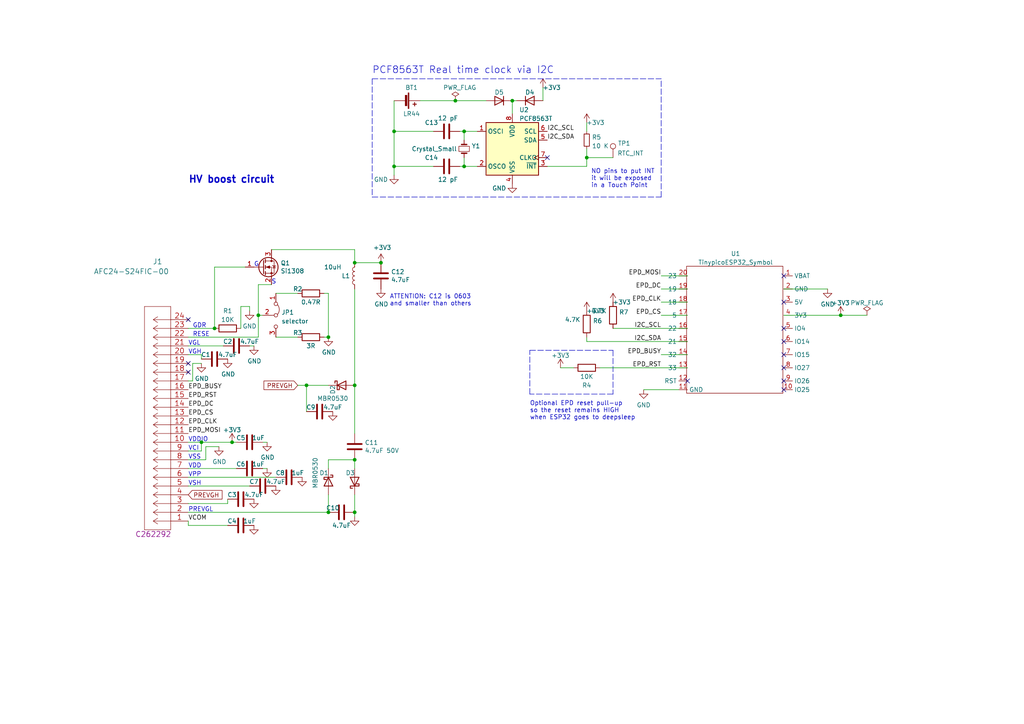
<source format=kicad_sch>
(kicad_sch (version 20211123) (generator eeschema)
  (paper "A4")
  (title_block (title "Tinypico Goodisplay HAT") (rev "1.0") (company "FASANI CORPORATION") (comment 1 "Based on @USpitzig design") (comment 2 "For ESP32 Tinypico"))
  (lib_symbols
    (symbol "Connector:TestPoint" (pin_numbers hide) (pin_names (offset 0.762) hide)
      (property "Reference" "TP" (at 0 6.858 0))
      (property "Value" "TestPoint" (at 0 5.08 0))
      (symbol "TestPoint_0_1"
        (circle (center 0 3.302) (radius 0.762))
      )
      (symbol "TestPoint_1_1"
        (pin passive line (at 0 0 90) (length 2.54) (name "1") (number "1"))
      )
    )
    (symbol "Device:Battery_Cell" (pin_numbers hide) (pin_names (offset 0) hide)
      (property "Reference" "BT" (at 2.54 2.54 0))
      (property "Value" "Battery_Cell" (at 2.54 0 0))
      (symbol "Battery_Cell_0_1"
        (rectangle (start -2.286 1.778) (end 2.286 1.524) (fill (type outline)))
        (rectangle (start -1.5748 1.1938) (end 1.4732 0.6858) (fill (type outline)))
        (polyline (pts (xy 0 0.762) (xy 0 0)))
        (polyline (pts (xy 0 1.778) (xy 0 2.54)))
        (polyline (pts (xy 0.508 3.429) (xy 1.524 3.429)) (stroke (width 0.254)))
        (polyline (pts (xy 1.016 3.937) (xy 1.016 2.921)) (stroke (width 0.254)))
      )
      (symbol "Battery_Cell_1_1"
        (pin passive line (at 0 5.08 270) (length 2.54) (name "+") (number "1"))
        (pin passive line (at 0 -2.54 90) (length 2.54) (name "-") (number "2"))
      )
    )
    (symbol "Device:C" (pin_numbers hide) (pin_names (offset 0.254))
      (property "Reference" "C" (at 0.635 2.54 0))
      (property "Value" "C" (at 0.635 -2.54 0))
      (symbol "C_0_1"
        (polyline (pts (xy -2.032 -0.762) (xy 2.032 -0.762)) (stroke (width 0.508)))
        (polyline (pts (xy -2.032 0.762) (xy 2.032 0.762)) (stroke (width 0.508)))
      )
      (symbol "C_1_1"
        (pin passive line (at 0 3.81 270) (length 2.794) (name "~") (number "1"))
        (pin passive line (at 0 -3.81 90) (length 2.794) (name "~") (number "2"))
      )
    )
    (symbol "Device:Crystal_Small" (pin_numbers hide) (pin_names (offset 1.016) hide)
      (property "Reference" "Y" (at 0 2.54 0))
      (property "Value" "Crystal_Small" (at 0 -2.54 0))
      (symbol "Crystal_Small_0_1"
        (rectangle (start -0.762 -1.524) (end 0.762 1.524))
        (polyline (pts (xy -1.27 -0.762) (xy -1.27 0.762)) (stroke (width 0.381)))
        (polyline (pts (xy 1.27 -0.762) (xy 1.27 0.762)) (stroke (width 0.381)))
      )
      (symbol "Crystal_Small_1_1"
        (pin passive line (at -2.54 0 0) (length 1.27) (name "1") (number "1"))
        (pin passive line (at 2.54 0 180) (length 1.27) (name "2") (number "2"))
      )
    )
    (symbol "Device:L" (pin_numbers hide) (pin_names (offset 1.016) hide)
      (property "Reference" "L" (at -1.27 0 90))
      (property "Value" "L" (at 1.905 0 90))
      (symbol "L_0_1"
        (arc (start 0 -2.54) (mid 0.635 -1.905) (end 0 -1.27))
        (arc (start 0 -1.27) (mid 0.635 -0.635) (end 0 0))
        (arc (start 0 0) (mid 0.635 0.635) (end 0 1.27))
        (arc (start 0 1.27) (mid 0.635 1.905) (end 0 2.54))
      )
      (symbol "L_1_1"
        (pin passive line (at 0 3.81 270) (length 1.27) (name "1") (number "1"))
        (pin passive line (at 0 -3.81 90) (length 1.27) (name "2") (number "2"))
      )
    )
    (symbol "Device:R" (pin_numbers hide) (pin_names (offset 0))
      (property "Reference" "R" (at 2.032 0 90))
      (property "Value" "R" (at 0 0 90))
      (symbol "R_0_1"
        (rectangle (start -1.016 -2.54) (end 1.016 2.54) (stroke (width 0.254)))
      )
      (symbol "R_1_1"
        (pin passive line (at 0 3.81 270) (length 1.27) (name "~") (number "1"))
        (pin passive line (at 0 -3.81 90) (length 1.27) (name "~") (number "2"))
      )
    )
    (symbol "Device:R_Small" (pin_numbers hide) (pin_names (offset 0.254) hide)
      (property "Reference" "R" (at 0.762 0.508 0))
      (property "Value" "R_Small" (at 0.762 -1.016 0))
      (symbol "R_Small_0_1"
        (rectangle (start -0.762 1.778) (end 0.762 -1.778) (stroke (width 0.2032)))
      )
      (symbol "R_Small_1_1"
        (pin passive line (at 0 2.54 270) (length 0.762) (name "~") (number "1"))
        (pin passive line (at 0 -2.54 90) (length 0.762) (name "~") (number "2"))
      )
    )
    (symbol "Diode:1N4148WS" (pin_numbers hide) (pin_names (offset 1.016) hide)
      (property "Reference" "D" (at 0 2.54 0))
      (property "Value" "1N4148WS" (at 0 -2.54 0))
      (symbol "1N4148WS_0_1"
        (polyline (pts (xy -1.27 1.27) (xy -1.27 -1.27)) (stroke (width 0.254)))
        (polyline (pts (xy 1.27 0) (xy -1.27 0)))
        (polyline (pts (xy 1.27 1.27) (xy 1.27 -1.27) (xy -1.27 0) (xy 1.27 1.27)) (stroke (width 0.254)))
      )
      (symbol "1N4148WS_1_1"
        (pin passive line (at -3.81 0 0) (length 2.54) (name "K") (number "1"))
        (pin passive line (at 3.81 0 180) (length 2.54) (name "A") (number "2"))
      )
    )
    (symbol "Diode:MBR0530" (pin_numbers hide) (pin_names (offset 1.016) hide)
      (property "Reference" "D" (at 0 2.54 0))
      (property "Value" "MBR0530" (at 0 -2.54 0))
      (symbol "MBR0530_0_1"
        (polyline (pts (xy 1.27 0) (xy -1.27 0)))
        (polyline (pts (xy 1.27 1.27) (xy 1.27 -1.27) (xy -1.27 0) (xy 1.27 1.27)) (stroke (width 0.254)))
        (polyline (pts (xy -1.905 0.635) (xy -1.905 1.27) (xy -1.27 1.27) (xy -1.27 -1.27) (xy -0.635 -1.27) (xy -0.635 -0.635)) (stroke (width 0.254)))
      )
      (symbol "MBR0530_1_1"
        (pin passive line (at -3.81 0 0) (length 2.54) (name "K") (number "1"))
        (pin passive line (at 3.81 0 180) (length 2.54) (name "A") (number "2"))
      )
    )
    (symbol "Jumper:Jumper_3_Bridged12" (pin_names (offset 0) hide)
      (property "Reference" "JP" (at -2.54 -2.54 0))
      (property "Value" "Jumper_3_Bridged12" (at 0 2.794 0))
      (symbol "Jumper_3_Bridged12_0_0"
        (circle (center -3.302 0) (radius 0.508))
        (circle (center 0 0) (radius 0.508))
        (circle (center 3.302 0) (radius 0.508))
      )
      (symbol "Jumper_3_Bridged12_0_1"
        (arc (start -0.254 0.508) (mid -1.651 0.9912) (end -3.048 0.508))
        (polyline (pts (xy 0 -1.27) (xy 0 -0.508)))
      )
      (symbol "Jumper_3_Bridged12_1_1"
        (pin passive line (at -6.35 0 0) (length 2.54) (name "A") (number "1"))
        (pin passive line (at 0 -3.81 90) (length 2.54) (name "C") (number "2"))
        (pin passive line (at 6.35 0 180) (length 2.54) (name "B") (number "3"))
      )
    )
    (symbol "Timer_RTC:PCF8563T"
      (property "Reference" "U" (at -7.62 8.89 0))
      (property "Value" "PCF8563T" (at 2.54 8.89 0))
      (symbol "PCF8563T_0_1"
        (rectangle (start -7.62 7.62) (end 7.62 -7.62) (stroke (width 0.254)) (fill (type background)))
      )
      (symbol "PCF8563T_1_1"
        (pin input line (at -10.16 5.08 0) (length 2.54) (name "OSCI") (number "1"))
        (pin output line (at -10.16 -5.08 0) (length 2.54) (name "OSCO") (number "2"))
        (pin output line (at 10.16 -5.08 180) (length 2.54) (name "~{INT}") (number "3"))
        (pin power_in line (at 0 -10.16 90) (length 2.54) (name "VSS") (number "4"))
        (pin bidirectional line (at 10.16 2.54 180) (length 2.54) (name "SDA") (number "5"))
        (pin input line (at 10.16 5.08 180) (length 2.54) (name "SCL") (number "6"))
        (pin output clock (at 10.16 -2.54 180) (length 2.54) (name "CLKO") (number "7"))
        (pin power_in line (at 0 10.16 270) (length 2.54) (name "VDD") (number "8"))
      )
    )
    (symbol "Tinypico:TinypicoESP32_Symbol"
      (property "Reference" "U" (at -0.508 -20.32 0))
      (property "Value" "TinypicoESP32_Symbol" (at -0.508 21.844 0))
      (symbol "TinypicoESP32_Symbol_0_1"
        (rectangle (start 13.716 -17.526) (end -14.224 19.304) (stroke (width 0.1524)))
      )
      (symbol "TinypicoESP32_Symbol_1_1"
        (pin power_in line (at 13.97 16.51 0) (length 2.54) (name "VBAT") (number "1"))
        (pin bidirectional line (at 13.97 -16.51 0) (length 2.54) (name "IO25") (number "10"))
        (pin power_in line (at -16.51 -16.51 0) (length 2.54) (name "GND") (number "11"))
        (pin bidirectional line (at -13.97 -13.97 180) (length 2.54) (name "RST") (number "12"))
        (pin bidirectional line (at -13.97 -10.16 180) (length 2.54) (name "33") (number "13"))
        (pin bidirectional line (at -13.97 -6.35 180) (length 2.54) (name "32") (number "14"))
        (pin bidirectional line (at -13.97 -2.54 180) (length 2.54) (name "21") (number "15"))
        (pin bidirectional line (at -13.97 1.27 180) (length 2.54) (name "22") (number "16"))
        (pin bidirectional line (at -13.97 5.08 180) (length 2.54) (name "5") (number "17"))
        (pin bidirectional line (at -13.97 8.89 180) (length 2.54) (name "18") (number "18"))
        (pin bidirectional line (at -13.97 12.7 180) (length 2.54) (name "19") (number "19"))
        (pin power_in line (at 13.97 12.7 0) (length 2.54) (name "GND") (number "2"))
        (pin bidirectional line (at -13.97 16.51 180) (length 2.54) (name "23") (number "20"))
        (pin power_in line (at 13.97 8.89 0) (length 2.54) (name "5V") (number "3"))
        (pin power_in line (at 13.97 5.08 0) (length 2.54) (name "3V3") (number "4"))
        (pin bidirectional line (at 13.97 1.27 0) (length 2.54) (name "IO4") (number "5"))
        (pin bidirectional line (at 13.97 -2.54 0) (length 2.54) (name "IO14") (number "6"))
        (pin bidirectional line (at 13.97 -6.35 0) (length 2.54) (name "IO15") (number "7"))
        (pin bidirectional line (at 13.97 -10.16 0) (length 2.54) (name "IO27") (number "8"))
        (pin bidirectional line (at 13.97 -13.97 0) (length 2.54) (name "IO26") (number "9"))
      )
    )
    (symbol "Transistor_FET:2N7002" (pin_names hide)
      (property "Reference" "Q" (at 5.08 1.905 0))
      (property "Value" "2N7002" (at 5.08 0 0))
      (symbol "2N7002_0_1"
        (polyline (pts (xy 0.254 0) (xy -2.54 0)))
        (polyline (pts (xy 0.254 1.905) (xy 0.254 -1.905)) (stroke (width 0.254)))
        (polyline (pts (xy 0.762 -1.27) (xy 0.762 -2.286)) (stroke (width 0.254)))
        (polyline (pts (xy 0.762 0.508) (xy 0.762 -0.508)) (stroke (width 0.254)))
        (polyline (pts (xy 0.762 2.286) (xy 0.762 1.27)) (stroke (width 0.254)))
        (polyline (pts (xy 2.54 2.54) (xy 2.54 1.778)))
        (polyline (pts (xy 2.54 -2.54) (xy 2.54 0) (xy 0.762 0)))
        (polyline (pts (xy 0.762 -1.778) (xy 3.302 -1.778) (xy 3.302 1.778) (xy 0.762 1.778)))
        (polyline (pts (xy 1.016 0) (xy 2.032 0.381) (xy 2.032 -0.381) (xy 1.016 0)) (fill (type outline)))
        (polyline (pts (xy 2.794 0.508) (xy 2.921 0.381) (xy 3.683 0.381) (xy 3.81 0.254)))
        (polyline (pts (xy 3.302 0.381) (xy 2.921 -0.254) (xy 3.683 -0.254) (xy 3.302 0.381)))
        (circle (center 1.651 0) (radius 2.794) (stroke (width 0.254)))
        (circle (center 2.54 -1.778) (radius 0.254) (fill (type outline)))
        (circle (center 2.54 1.778) (radius 0.254) (fill (type outline)))
      )
      (symbol "2N7002_1_1"
        (pin input line (at -5.08 0 0) (length 2.54) (name "G") (number "1"))
        (pin passive line (at 2.54 -5.08 90) (length 2.54) (name "S") (number "2"))
        (pin passive line (at 2.54 5.08 270) (length 2.54) (name "D") (number "3"))
      )
    )
    (symbol "footprint:FH12-24S-0.5SV55" (pin_names (offset 0.254) hide)
      (property "Reference" "J" (at 8.89 6.35 0))
      (property "Value" "FH12-24S-0.5SV55" (at 5.08 -77.47 0))
      (symbol "FH12-24S-0.5SV55_1_1"
        (polyline (pts (xy 5.08 -62.23) (xy 12.7 -62.23)) (stroke (width 0.127)))
        (polyline (pts (xy 5.08 2.54) (xy 5.08 -62.23)) (stroke (width 0.127)))
        (polyline (pts (xy 10.16 -58.42) (xy 5.08 -58.42)) (stroke (width 0.127)))
        (polyline (pts (xy 10.16 -58.42) (xy 8.89 -59.2582)) (stroke (width 0.127)))
        (polyline (pts (xy 10.16 -58.42) (xy 8.89 -57.5818)) (stroke (width 0.127)))
        (polyline (pts (xy 10.16 -55.88) (xy 5.08 -55.88)) (stroke (width 0.127)))
        (polyline (pts (xy 10.16 -55.88) (xy 8.89 -56.7182)) (stroke (width 0.127)))
        (polyline (pts (xy 10.16 -55.88) (xy 8.89 -55.0418)) (stroke (width 0.127)))
        (polyline (pts (xy 10.16 -53.34) (xy 5.08 -53.34)) (stroke (width 0.127)))
        (polyline (pts (xy 10.16 -53.34) (xy 8.89 -54.1782)) (stroke (width 0.127)))
        (polyline (pts (xy 10.16 -53.34) (xy 8.89 -52.5018)) (stroke (width 0.127)))
        (polyline (pts (xy 10.16 -50.8) (xy 5.08 -50.8)) (stroke (width 0.127)))
        (polyline (pts (xy 10.16 -50.8) (xy 8.89 -51.6382)) (stroke (width 0.127)))
        (polyline (pts (xy 10.16 -50.8) (xy 8.89 -49.9618)) (stroke (width 0.127)))
        (polyline (pts (xy 10.16 -48.26) (xy 5.08 -48.26)) (stroke (width 0.127)))
        (polyline (pts (xy 10.16 -48.26) (xy 8.89 -49.0982)) (stroke (width 0.127)))
        (polyline (pts (xy 10.16 -48.26) (xy 8.89 -47.4218)) (stroke (width 0.127)))
        (polyline (pts (xy 10.16 -45.72) (xy 5.08 -45.72)) (stroke (width 0.127)))
        (polyline (pts (xy 10.16 -45.72) (xy 8.89 -46.5582)) (stroke (width 0.127)))
        (polyline (pts (xy 10.16 -45.72) (xy 8.89 -44.8818)) (stroke (width 0.127)))
        (polyline (pts (xy 10.16 -43.18) (xy 5.08 -43.18)) (stroke (width 0.127)))
        (polyline (pts (xy 10.16 -43.18) (xy 8.89 -44.0182)) (stroke (width 0.127)))
        (polyline (pts (xy 10.16 -43.18) (xy 8.89 -42.3418)) (stroke (width 0.127)))
        (polyline (pts (xy 10.16 -40.64) (xy 5.08 -40.64)) (stroke (width 0.127)))
        (polyline (pts (xy 10.16 -40.64) (xy 8.89 -41.4782)) (stroke (width 0.127)))
        (polyline (pts (xy 10.16 -40.64) (xy 8.89 -39.8018)) (stroke (width 0.127)))
        (polyline (pts (xy 10.16 -38.1) (xy 5.08 -38.1)) (stroke (width 0.127)))
        (polyline (pts (xy 10.16 -38.1) (xy 8.89 -38.9382)) (stroke (width 0.127)))
        (polyline (pts (xy 10.16 -38.1) (xy 8.89 -37.2618)) (stroke (width 0.127)))
        (polyline (pts (xy 10.16 -35.56) (xy 5.08 -35.56)) (stroke (width 0.127)))
        (polyline (pts (xy 10.16 -35.56) (xy 8.89 -36.3982)) (stroke (width 0.127)))
        (polyline (pts (xy 10.16 -35.56) (xy 8.89 -34.7218)) (stroke (width 0.127)))
        (polyline (pts (xy 10.16 -33.02) (xy 5.08 -33.02)) (stroke (width 0.127)))
        (polyline (pts (xy 10.16 -33.02) (xy 8.89 -33.8582)) (stroke (width 0.127)))
        (polyline (pts (xy 10.16 -33.02) (xy 8.89 -32.1818)) (stroke (width 0.127)))
        (polyline (pts (xy 10.16 -30.48) (xy 5.08 -30.48)) (stroke (width 0.127)))
        (polyline (pts (xy 10.16 -30.48) (xy 8.89 -31.3182)) (stroke (width 0.127)))
        (polyline (pts (xy 10.16 -30.48) (xy 8.89 -29.6418)) (stroke (width 0.127)))
        (polyline (pts (xy 10.16 -27.94) (xy 5.08 -27.94)) (stroke (width 0.127)))
        (polyline (pts (xy 10.16 -27.94) (xy 8.89 -28.7782)) (stroke (width 0.127)))
        (polyline (pts (xy 10.16 -27.94) (xy 8.89 -27.1018)) (stroke (width 0.127)))
        (polyline (pts (xy 10.16 -25.4) (xy 5.08 -25.4)) (stroke (width 0.127)))
        (polyline (pts (xy 10.16 -25.4) (xy 8.89 -26.2382)) (stroke (width 0.127)))
        (polyline (pts (xy 10.16 -25.4) (xy 8.89 -24.5618)) (stroke (width 0.127)))
        (polyline (pts (xy 10.16 -22.86) (xy 5.08 -22.86)) (stroke (width 0.127)))
        (polyline (pts (xy 10.16 -22.86) (xy 8.89 -23.6982)) (stroke (width 0.127)))
        (polyline (pts (xy 10.16 -22.86) (xy 8.89 -22.0218)) (stroke (width 0.127)))
        (polyline (pts (xy 10.16 -20.32) (xy 5.08 -20.32)) (stroke (width 0.127)))
        (polyline (pts (xy 10.16 -20.32) (xy 8.89 -21.1582)) (stroke (width 0.127)))
        (polyline (pts (xy 10.16 -20.32) (xy 8.89 -19.4818)) (stroke (width 0.127)))
        (polyline (pts (xy 10.16 -17.78) (xy 5.08 -17.78)) (stroke (width 0.127)))
        (polyline (pts (xy 10.16 -17.78) (xy 8.89 -18.6182)) (stroke (width 0.127)))
        (polyline (pts (xy 10.16 -17.78) (xy 8.89 -16.9418)) (stroke (width 0.127)))
        (polyline (pts (xy 10.16 -15.24) (xy 5.08 -15.24)) (stroke (width 0.127)))
        (polyline (pts (xy 10.16 -15.24) (xy 8.89 -16.0782)) (stroke (width 0.127)))
        (polyline (pts (xy 10.16 -15.24) (xy 8.89 -14.4018)) (stroke (width 0.127)))
        (polyline (pts (xy 10.16 -12.7) (xy 5.08 -12.7)) (stroke (width 0.127)))
        (polyline (pts (xy 10.16 -12.7) (xy 8.89 -13.5382)) (stroke (width 0.127)))
        (polyline (pts (xy 10.16 -12.7) (xy 8.89 -11.8618)) (stroke (width 0.127)))
        (polyline (pts (xy 10.16 -10.16) (xy 5.08 -10.16)) (stroke (width 0.127)))
        (polyline (pts (xy 10.16 -10.16) (xy 8.89 -10.9982)) (stroke (width 0.127)))
        (polyline (pts (xy 10.16 -10.16) (xy 8.89 -9.3218)) (stroke (width 0.127)))
        (polyline (pts (xy 10.16 -7.62) (xy 5.08 -7.62)) (stroke (width 0.127)))
        (polyline (pts (xy 10.16 -7.62) (xy 8.89 -8.4582)) (stroke (width 0.127)))
        (polyline (pts (xy 10.16 -7.62) (xy 8.89 -6.7818)) (stroke (width 0.127)))
        (polyline (pts (xy 10.16 -5.08) (xy 5.08 -5.08)) (stroke (width 0.127)))
        (polyline (pts (xy 10.16 -5.08) (xy 8.89 -5.9182)) (stroke (width 0.127)))
        (polyline (pts (xy 10.16 -5.08) (xy 8.89 -4.2418)) (stroke (width 0.127)))
        (polyline (pts (xy 10.16 -2.54) (xy 5.08 -2.54)) (stroke (width 0.127)))
        (polyline (pts (xy 10.16 -2.54) (xy 8.89 -3.3782)) (stroke (width 0.127)))
        (polyline (pts (xy 10.16 -2.54) (xy 8.89 -1.7018)) (stroke (width 0.127)))
        (polyline (pts (xy 10.16 0) (xy 5.08 0)) (stroke (width 0.127)))
        (polyline (pts (xy 10.16 0) (xy 8.89 -0.8382)) (stroke (width 0.127)))
        (polyline (pts (xy 10.16 0) (xy 8.89 0.8382)) (stroke (width 0.127)))
        (polyline (pts (xy 12.7 -62.23) (xy 12.7 2.54)) (stroke (width 0.127)))
        (polyline (pts (xy 12.7 2.54) (xy 5.08 2.54)) (stroke (width 0.127)))
        (pin bidirectional line (at 0 0 0) (length 5.08) (name "1") (number "1"))
        (pin power_in line (at 0 -22.86 0) (length 5.08) (name "10") (number "10"))
        (pin bidirectional line (at 0 -25.4 0) (length 5.08) (name "11") (number "11"))
        (pin bidirectional line (at 0 -27.94 0) (length 5.08) (name "12") (number "12"))
        (pin bidirectional line (at 0 -30.48 0) (length 5.08) (name "13") (number "13"))
        (pin bidirectional line (at 0 -33.02 0) (length 5.08) (name "14") (number "14"))
        (pin bidirectional line (at 0 -35.56 0) (length 5.08) (name "15") (number "15"))
        (pin bidirectional line (at 0 -38.1 0) (length 5.08) (name "16") (number "16"))
        (pin power_in line (at 0 -40.64 0) (length 5.08) (name "17") (number "17"))
        (pin no_connect line (at 0 -43.18 0) (length 5.08) (name "18") (number "18"))
        (pin no_connect line (at 0 -45.72 0) (length 5.08) (name "19") (number "19"))
        (pin bidirectional line (at 0 -2.54 0) (length 5.08) (name "2") (number "2"))
        (pin output line (at 0 -48.26 0) (length 5.08) (name "20") (number "20"))
        (pin output line (at 0 -50.8 0) (length 5.08) (name "21") (number "21"))
        (pin output line (at 0 -53.34 0) (length 5.08) (name "22") (number "22"))
        (pin bidirectional line (at 0 -55.88 0) (length 5.08) (name "23") (number "23"))
        (pin no_connect line (at 0 -58.42 0) (length 5.08) (name "24") (number "24"))
        (pin bidirectional line (at 0 -5.08 0) (length 5.08) (name "3") (number "3"))
        (pin bidirectional line (at 0 -7.62 0) (length 5.08) (name "4") (number "4"))
        (pin bidirectional line (at 0 -10.16 0) (length 5.08) (name "5") (number "5"))
        (pin bidirectional line (at 0 -12.7 0) (length 5.08) (name "6") (number "6"))
        (pin bidirectional line (at 0 -15.24 0) (length 5.08) (name "7") (number "7"))
        (pin bidirectional line (at 0 -17.78 0) (length 5.08) (name "8") (number "8"))
        (pin power_in line (at 0 -20.32 0) (length 5.08) (name "9") (number "9"))
      )
    )
    (symbol "power:+3.3V" (power) (pin_names (offset 0))
      (property "Value" "+3.3V" (at 0 3.556 0))
      (symbol "+3.3V_0_1"
        (polyline (pts (xy -0.762 1.27) (xy 0 2.54)))
        (polyline (pts (xy 0 0) (xy 0 2.54)))
        (polyline (pts (xy 0 2.54) (xy 0.762 1.27)))
      )
      (symbol "+3.3V_1_1"
        (pin power_in line (at 0 0 90) (length 0) hide (name "+3V3") (number "1"))
      )
    )
    (symbol "power:+3V3" (power) (pin_names (offset 0))
      (property "Value" "+3V3" (at 0 3.556 0))
      (symbol "+3V3_0_1"
        (polyline (pts (xy -0.762 1.27) (xy 0 2.54)))
        (polyline (pts (xy 0 0) (xy 0 2.54)))
        (polyline (pts (xy 0 2.54) (xy 0.762 1.27)))
      )
      (symbol "+3V3_1_1"
        (pin power_in line (at 0 0 90) (length 0) hide (name "+3V3") (number "1"))
      )
    )
    (symbol "power:GND" (power) (pin_names (offset 0))
      (property "Value" "GND" (at 0 -3.81 0))
      (symbol "GND_0_1"
        (polyline (pts (xy 0 0) (xy 0 -1.27) (xy 1.27 -1.27) (xy 0 -2.54) (xy -1.27 -1.27) (xy 0 -1.27)))
      )
      (symbol "GND_1_1"
        (pin power_in line (at 0 0 270) (length 0) hide (name "GND") (number "1"))
      )
    )
    (symbol "power:PWR_FLAG" (power) (pin_numbers hide) (pin_names (offset 0) hide)
      (property "Value" "PWR_FLAG" (at 0 3.81 0))
      (symbol "PWR_FLAG_0_0"
        (pin power_out line (at 0 0 90) (length 0) (name "pwr") (number "1"))
      )
      (symbol "PWR_FLAG_0_1"
        (polyline (pts (xy 0 0) (xy 0 1.27) (xy -1.016 1.905) (xy 0 2.54) (xy 1.016 1.905) (xy 0 1.27)))
      )
    )
  )
  (junction (at 102.87 133.35))
  (junction (at 110.49 76.2))
  (junction (at 102.87 111.76))
  (junction (at 95.25 97.79))
  (junction (at 74.93 91.44))
  (junction (at 62.23 95.25))
  (junction (at 102.87 76.2))
  (junction (at 88.9 111.76))
  (junction (at 95.25 148.59))
  (junction (at 243.84 91.44))
  (junction (at 114.3 38.1))
  (junction (at 148.59 29.21))
  (junction (at 67.31 128.27))
  (junction (at 134.62 38.1))
  (junction (at 58.42 128.27))
  (junction (at 132.08 29.21))
  (junction (at 102.87 148.59))
  (junction (at 170.18 45.72))
  (junction (at 134.62 48.26))
  (junction (at 114.3 48.26))
  (no_connect (at 54.61 107.95))
  (no_connect (at 227.33 110.49))
  (no_connect (at 54.61 105.41))
  (no_connect (at 227.33 87.63))
  (no_connect (at 227.33 95.25))
  (no_connect (at 54.61 92.71))
  (no_connect (at 227.33 80.01))
  (no_connect (at 227.33 102.87))
  (no_connect (at 227.33 99.06))
  (no_connect (at 227.33 113.03))
  (no_connect (at 227.33 106.68))
  (no_connect (at 199.39 110.49))
  (no_connect (at 158.75 45.72))
  (polyline (pts (xy 153.67 101.6) (xy 177.8 101.6)))
  (wire (pts (xy 134.62 48.26) (xy 138.43 48.26)))
  (wire (pts (xy 58.42 130.81) (xy 58.42 128.27)))
  (wire (pts (xy 170.18 45.72) (xy 170.18 48.26)))
  (wire (pts (xy 191.77 87.63) (xy 199.39 87.63)))
  (polyline (pts (xy 107.95 22.86) (xy 107.95 57.15)))
  (wire (pts (xy 54.61 133.35) (xy 59.69 133.35)))
  (wire (pts (xy 162.56 106.68) (xy 166.37 106.68)))
  (wire (pts (xy 86.36 85.09) (xy 80.01 85.09)))
  (polyline (pts (xy 107.95 57.15) (xy 191.77 57.15)))
  (wire (pts (xy 77.47 128.27) (xy 76.2 128.27)))
  (wire (pts (xy 95.25 133.35) (xy 102.87 133.35)))
  (wire (pts (xy 59.69 133.35) (xy 59.69 129.54)))
  (wire (pts (xy 55.88 105.41) (xy 58.42 105.41)))
  (wire (pts (xy 54.61 97.79) (xy 74.93 97.79)))
  (polyline (pts (xy 153.67 114.3) (xy 153.67 101.6)))
  (wire (pts (xy 74.93 91.44) (xy 74.93 82.55)))
  (wire (pts (xy 54.61 128.27) (xy 58.42 128.27)))
  (wire (pts (xy 74.93 97.79) (xy 74.93 91.44)))
  (wire (pts (xy 72.39 88.9) (xy 72.39 90.17)))
  (wire (pts (xy 54.61 110.49) (xy 55.88 110.49)))
  (wire (pts (xy 186.69 113.03) (xy 196.85 113.03)))
  (wire (pts (xy 173.99 106.68) (xy 199.39 106.68)))
  (wire (pts (xy 76.2 135.89) (xy 77.47 135.89)))
  (wire (pts (xy 54.61 151.13) (xy 54.61 152.4)))
  (wire (pts (xy 68.58 128.27) (xy 67.31 128.27)))
  (wire (pts (xy 78.74 72.39) (xy 102.87 72.39)))
  (wire (pts (xy 102.87 83.82) (xy 102.87 111.76)))
  (wire (pts (xy 191.77 102.87) (xy 199.39 102.87)))
  (wire (pts (xy 134.62 38.1) (xy 138.43 38.1)))
  (wire (pts (xy 95.25 143.51) (xy 95.25 148.59)))
  (wire (pts (xy 74.93 91.44) (xy 76.2 91.44)))
  (wire (pts (xy 66.04 146.05) (xy 66.04 144.78)))
  (wire (pts (xy 170.18 99.06) (xy 199.39 99.06)))
  (wire (pts (xy 86.36 111.76) (xy 88.9 111.76)))
  (wire (pts (xy 58.42 102.87) (xy 58.42 104.14)))
  (wire (pts (xy 243.84 91.44) (xy 251.46 91.44)))
  (wire (pts (xy 102.87 111.76) (xy 102.87 125.73)))
  (wire (pts (xy 125.73 48.26) (xy 114.3 48.26)))
  (wire (pts (xy 88.9 111.76) (xy 95.25 111.76)))
  (wire (pts (xy 93.98 85.09) (xy 95.25 85.09)))
  (wire (pts (xy 132.08 29.21) (xy 140.97 29.21)))
  (wire (pts (xy 95.25 135.89) (xy 95.25 133.35)))
  (wire (pts (xy 148.59 29.21) (xy 148.59 33.02)))
  (wire (pts (xy 102.87 133.35) (xy 102.87 135.89)))
  (wire (pts (xy 177.8 95.25) (xy 199.39 95.25)))
  (wire (pts (xy 170.18 99.06) (xy 170.18 97.79)))
  (wire (pts (xy 148.59 29.21) (xy 149.86 29.21)))
  (wire (pts (xy 170.18 45.72) (xy 177.8 45.72)))
  (wire (pts (xy 88.9 119.38) (xy 88.9 111.76)))
  (wire (pts (xy 54.61 148.59) (xy 95.25 148.59)))
  (wire (pts (xy 54.61 102.87) (xy 58.42 102.87)))
  (wire (pts (xy 240.03 83.82) (xy 227.33 83.82)))
  (wire (pts (xy 114.3 48.26) (xy 114.3 50.8)))
  (wire (pts (xy 170.18 48.26) (xy 158.75 48.26)))
  (polyline (pts (xy 107.95 22.86) (xy 191.77 22.86)))
  (wire (pts (xy 191.77 80.01) (xy 199.39 80.01)))
  (wire (pts (xy 59.69 129.54) (xy 63.5 129.54)))
  (wire (pts (xy 54.61 146.05) (xy 66.04 146.05)))
  (wire (pts (xy 102.87 143.51) (xy 102.87 148.59)))
  (polyline (pts (xy 177.8 114.3) (xy 153.67 114.3)))
  (wire (pts (xy 62.23 77.47) (xy 71.12 77.47)))
  (wire (pts (xy 86.36 97.79) (xy 80.01 97.79)))
  (wire (pts (xy 170.18 43.18) (xy 170.18 45.72)))
  (wire (pts (xy 157.48 29.21) (xy 157.48 25.4)))
  (wire (pts (xy 134.62 48.26) (xy 134.62 45.72)))
  (wire (pts (xy 121.92 29.21) (xy 132.08 29.21)))
  (wire (pts (xy 58.42 128.27) (xy 67.31 128.27)))
  (wire (pts (xy 74.93 82.55) (xy 78.74 82.55)))
  (wire (pts (xy 170.18 35.56) (xy 170.18 38.1)))
  (wire (pts (xy 102.87 72.39) (xy 102.87 76.2)))
  (wire (pts (xy 102.87 149.86) (xy 102.87 148.59)))
  (wire (pts (xy 62.23 95.25) (xy 62.23 77.47)))
  (wire (pts (xy 95.25 97.79) (xy 93.98 97.79)))
  (wire (pts (xy 54.61 140.97) (xy 72.39 140.97)))
  (wire (pts (xy 125.73 38.1) (xy 114.3 38.1)))
  (wire (pts (xy 55.88 110.49) (xy 55.88 105.41)))
  (wire (pts (xy 54.61 130.81) (xy 58.42 130.81)))
  (wire (pts (xy 191.77 83.82) (xy 199.39 83.82)))
  (polyline (pts (xy 177.8 101.6) (xy 177.8 114.3)))
  (wire (pts (xy 54.61 152.4) (xy 66.04 152.4)))
  (wire (pts (xy 95.25 85.09) (xy 95.25 97.79)))
  (wire (pts (xy 134.62 38.1) (xy 134.62 40.64)))
  (wire (pts (xy 133.35 48.26) (xy 134.62 48.26)))
  (polyline (pts (xy 191.77 57.15) (xy 191.77 22.86)))
  (wire (pts (xy 54.61 138.43) (xy 80.01 138.43)))
  (wire (pts (xy 114.3 29.21) (xy 114.3 38.1)))
  (wire (pts (xy 54.61 100.33) (xy 64.77 100.33)))
  (wire (pts (xy 69.85 95.25) (xy 69.85 88.9)))
  (wire (pts (xy 54.61 95.25) (xy 62.23 95.25)))
  (wire (pts (xy 73.66 100.33) (xy 72.39 100.33)))
  (wire (pts (xy 191.77 91.44) (xy 199.39 91.44)))
  (wire (pts (xy 102.87 76.2) (xy 110.49 76.2)))
  (wire (pts (xy 69.85 88.9) (xy 72.39 88.9)))
  (wire (pts (xy 54.61 135.89) (xy 68.58 135.89)))
  (wire (pts (xy 114.3 38.1) (xy 114.3 48.26)))
  (wire (pts (xy 133.35 38.1) (xy 134.62 38.1)))
  (wire (pts (xy 227.33 91.44) (xy 243.84 91.44)))
  (text "PREVGL" (at 54.61 148.59 0) (effects (font (size 1.27 1.27)) (justify left bottom)))
  (text "Optional EPD reset pull-up\nso the reset remains HIGH\nwhen ESP32 goes to deepsleep" (at 153.67 121.92 0) (effects (font (size 1.27 1.27)) (justify left bottom)))
  (text "VCI" (at 54.61 130.81 0) (effects (font (size 1.27 1.27)) (justify left bottom)))
  (text "RESE" (at 55.88 97.79 0) (effects (font (size 1.27 1.27)) (justify left bottom)))
  (text "ATTENTION: C12 is 0603\nand smaller than others" (at 113.03 88.9 0) (effects (font (size 1.27 1.27)) (justify left bottom)))
  (text "VGH" (at 54.61 102.87 0) (effects (font (size 1.27 1.27)) (justify left bottom)))
  (text "VSS" (at 54.61 133.35 0) (effects (font (size 1.27 1.27)) (justify left bottom)))
  (text "VDD" (at 54.61 135.89 0) (effects (font (size 1.27 1.27)) (justify left bottom)))
  (text "G" (at 73.66 77.47 0) (effects (font (size 1.27 1.27)) (justify left bottom)))
  (text "HV boost circuit" (at 54.61 53.34 0) (effects (font (size 2 2) (thickness 0.4) bold) (justify left bottom)))
  (text "GDR" (at 55.88 95.25 0) (effects (font (size 1.27 1.27)) (justify left bottom)))
  (text "S" (at 78.74 82.55 0) (effects (font (size 1.27 1.27)) (justify left bottom)))
  (text "NO pins to put INT\nit will be exposed\nin a Touch Point" (at 171.45 54.61 0) (effects (font (size 1.27 1.27)) (justify left bottom)))
  (text "VGL" (at 54.61 100.33 0) (effects (font (size 1.27 1.27)) (justify left bottom)))
  (text "VPP" (at 54.61 138.43 0) (effects (font (size 1.27 1.27)) (justify left bottom)))
  (text "VSH" (at 54.61 140.97 0) (effects (font (size 1.27 1.27)) (justify left bottom)))
  (text "PCF8563T Real time clock via I2C" (at 107.95 21.59 0) (effects (font (size 2 2)) (justify left bottom)))
  (text "VDDIO" (at 54.61 128.27 0) (effects (font (size 1.27 1.27)) (justify left bottom)))
  (label "I2C_SDA" (at 158.75 40.64 0))
  (label "EPD_CLK" (at 54.61 123.19 0))
  (label "VCOM" (at 54.61 151.13 0))
  (label "EPD_RST" (at 54.61 115.57 0))
  (label "EPD_RST" (at 191.77 106.68 180))
  (label "EPD_BUSY" (at 54.61 113.03 0))
  (label "I2C_SDA" (at 191.77 99.06 180))
  (label "I2C_SCL" (at 191.77 95.25 180))
  (label "EPD_MOSI" (at 54.61 125.73 0))
  (label "EPD_DC" (at 54.61 118.11 0))
  (label "I2C_SCL" (at 158.75 38.1 0))
  (label "EPD_MOSI" (at 191.77 80.01 180))
  (label "EPD_CS" (at 191.77 91.44 180))
  (label "EPD_CLK" (at 191.77 87.63 180))
  (label "EPD_DC" (at 191.77 83.82 180))
  (label "EPD_CS" (at 54.61 120.65 0))
  (label "EPD_BUSY" (at 191.77 102.87 180))
  (global_label "PREVGH" (shape input) (at 54.61 143.51 0) (property "Intersheet References" "${INTERSHEET_REFS}" (effects hide)))
  (global_label "PREVGH" (shape input) (at 86.36 111.76 180) (property "Intersheet References" "${INTERSHEET_REFS}" (effects hide)))
  (symbol (lib_id "Device:L") (at 102.87 80.01 180) (unit 1)
    (property "Reference" "L1" (at 100.33 80.01 0))
    (property "Value" "10uH" (at 96.52 77.47 0))
    (property "Footprint" "footprint:SWPA4030S1R0NT" (effects hide))
    (property "Datasheet" "https://jlcpcb.com/partdetail/Sunlord-SWPA4030S100MT/C38117" (effects hide))
    (property "LCSC" "C38117" (effects hide))
  )
  (symbol (lib_id "Device:C") (at 110.49 80.01 180) (unit 1)
    (property "Reference" "C12" (at 113.411 78.8416 0) (effects (justify right)))
    (property "Value" "4.7uF" (at 113.411 81.153 0) (effects (justify right)))
    (property "Footprint" "Capacitor_SMD:C_0603_1608Metric" (effects hide))
    (property "Datasheet" "https://jlcpcb.com/partdetail/97651-CL10A106MA8NRNC/C96446" (effects hide))
    (property "LCSC" "C19666" (effects hide))
  )
  (symbol (lib_id "power:GND") (at 110.49 83.82 0) (unit 1)
    (property "Reference" "#PWR0109" (effects hide))
    (property "Value" "GND" (at 110.617 88.2142 0))
  )
  (symbol (lib_id "power:+3V3") (at 110.49 76.2 0) (unit 1)
    (property "Reference" "#PWR0119" (effects hide))
    (property "Value" "+3V3" (at 110.871 71.8058 0))
  )
  (symbol (lib_id "Device:R") (at 90.17 97.79 90) (unit 1)
    (property "Reference" "R3" (at 86.36 96.52 90))
    (property "Value" "3R" (at 90.17 100.33 90))
    (property "Footprint" "Resistor_SMD:R_0603_1608Metric" (effects hide))
    (property "Datasheet" "https://jlcpcb.com/partdetail/25980-0603WAJ030JT5E/C25237" (effects hide))
    (property "LCSC" "C25237" (effects hide))
  )
  (symbol (lib_id "power:GND") (at 73.66 152.4 0) (unit 1)
    (property "Reference" "#PWR09" (effects hide))
    (property "Value" "GND" (effects hide))
  )
  (symbol (lib_id "footprint:FH12-24S-0.5SV55") (at 54.61 151.13 180) (unit 1)
    (property "Reference" "J1" (at 45.72 75.8624 0) (effects (font (size 1.524 1.524))))
    (property "Value" "AFC24-S24FIC-00" (at 38.1 78.74 0) (effects (font (size 1.524 1.524))))
    (property "Footprint" "footprint:AFC24-S24FIC-00" (effects hide))
    (property "Datasheet" "C262292" (at 44.45 154.94 0) (effects (font (size 1.524 1.524))))
  )
  (symbol (lib_id "power:+3.3V") (at 157.48 25.4 0) (unit 1)
    (property "Reference" "#PWR019" (effects hide))
    (property "Value" "+3.3V" (at 160.02 25.4 0))
  )
  (symbol (lib_id "power:+3V3") (at 67.31 128.27 0) (unit 1)
    (property "Reference" "#PWR04" (effects hide))
    (property "Value" "+3V3" (at 67.31 124.6942 0))
  )
  (symbol (lib_id "Device:C") (at 83.82 138.43 270) (unit 1)
    (property "Reference" "C8" (at 81.28 137.16 90))
    (property "Value" "1uF" (at 86.36 137.16 90))
    (property "Footprint" "Capacitor_SMD:C_0805_2012Metric_Pad1.18x1.45mm_HandSolder" (effects hide))
    (property "LCSC" "C28323" (effects hide))
  )
  (symbol (lib_id "Transistor_FET:2N7002") (at 76.2 77.47 0) (unit 1)
    (property "Reference" "Q1" (at 81.3816 76.3016 0) (effects (justify left)))
    (property "Value" "Si1308" (at 81.3816 78.613 0) (effects (justify left)))
    (property "Footprint" "Package_TO_SOT_SMD:SOT-323_SC-70" (effects hide))
    (property "Datasheet" "https://www.onsemi.com/pub/Collateral/NDS7002A-D.PDF" (effects hide))
    (property "LCSC" "C469327" (effects hide))
  )
  (symbol (lib_id "Device:Battery_Cell") (at 116.84 29.21 270) (unit 1)
    (property "Reference" "BT1" (at 119.38 25.4 90))
    (property "Value" "LR44" (at 119.38 33.02 90))
    (property "Footprint" "footprint:C964716_LR44" (effects hide))
    (property "Datasheet" "https://jlcpcb.com/partdetail/Myoung-BS_09B2BA001/C964716" (effects hide))
    (property "LCSC" "C964716" (effects hide))
  )
  (symbol (lib_id "Device:C") (at 68.58 100.33 270) (unit 1)
    (property "Reference" "C2" (at 66.04 99.06 90))
    (property "Value" "4.7uF" (at 72.39 99.06 90))
    (property "Footprint" "Capacitor_SMD:C_0805_2012Metric_Pad1.18x1.45mm_HandSolder" (effects hide))
    (property "LCSC" "C1779" (effects hide))
  )
  (symbol (lib_id "power:GND") (at 148.59 53.34 0) (unit 1)
    (property "Reference" "#PWR018" (effects hide))
    (property "Value" "GND" (at 144.78 54.61 0))
  )
  (symbol (lib_id "power:GND") (at 80.01 140.97 0) (unit 1)
    (property "Reference" "#PWR012" (effects hide))
    (property "Value" "GND" (effects hide))
  )
  (symbol (lib_id "Device:R") (at 66.04 95.25 90) (unit 1)
    (property "Reference" "R1" (at 66.04 90.17 90))
    (property "Value" "10K" (at 66.04 92.71 90))
    (property "Footprint" "Resistor_SMD:R_0603_1608Metric" (effects hide))
    (property "Datasheet" "https://jlcpcb.com/partdetail/26547-0603WAF1002T5E/C25804" (effects hide))
    (property "LCSC" "C25804" (effects hide))
  )
  (symbol (lib_id "Device:C") (at 69.85 152.4 270) (unit 1)
    (property "Reference" "C4" (at 67.31 151.13 90))
    (property "Value" "1uF" (at 72.39 151.13 90))
    (property "Footprint" "Capacitor_SMD:C_0805_2012Metric_Pad1.18x1.45mm_HandSolder" (effects hide))
    (property "LCSC" "C28323" (effects hide))
  )
  (symbol (lib_id "power:GND") (at 66.04 104.14 0) (unit 1)
    (property "Reference" "#PWR03" (effects hide))
    (property "Value" "GND" (at 66.167 108.5342 0))
  )
  (symbol (lib_id "Device:C") (at 92.71 119.38 270) (unit 1)
    (property "Reference" "C9" (at 90.17 118.11 90))
    (property "Value" "4.7uF" (at 96.52 118.11 90))
    (property "Footprint" "Capacitor_SMD:C_0805_2012Metric_Pad1.18x1.45mm_HandSolder" (effects hide))
    (property "LCSC" "C1779" (effects hide))
  )
  (symbol (lib_id "power:+3V3") (at 162.56 106.68 0) (unit 1)
    (property "Reference" "#PWR05" (effects hide))
    (property "Value" "+3V3" (at 162.56 103.1042 0))
  )
  (symbol (lib_id "power:GND") (at 77.47 128.27 0) (unit 1)
    (property "Reference" "#PWR010" (effects hide))
    (property "Value" "GND" (at 77.597 132.6642 0))
  )
  (symbol (lib_id "Diode:1N4148WS") (at 144.78 29.21 180) (unit 1)
    (property "Reference" "D5" (at 144.78 26.7772 0))
    (property "Value" "1N4148WS" (effects hide))
    (property "Footprint" "Diode_SMD:D_SOD-323" (effects hide))
    (property "Datasheet" "https://www.vishay.com/docs/85751/1n4148ws.pdf" (effects hide))
    (property "LCSC" "C2128" (effects hide))
  )
  (symbol (lib_id "power:GND") (at 95.25 97.79 0) (unit 1)
    (property "Reference" "#PWR014" (effects hide))
    (property "Value" "GND" (at 95.377 102.1842 0))
  )
  (symbol (lib_id "power:+3.3V") (at 170.18 35.56 0) (unit 1)
    (property "Reference" "#PWR020" (effects hide))
    (property "Value" "+3.3V" (at 172.72 35.56 0))
  )
  (symbol (lib_id "Device:R") (at 170.18 106.68 270) (unit 1)
    (property "Reference" "R4" (at 170.18 111.76 90))
    (property "Value" "10K" (at 170.18 109.22 90))
    (property "Footprint" "Resistor_SMD:R_0603_1608Metric" (effects hide))
    (property "Datasheet" "https://jlcpcb.com/partdetail/26547-0603WAF1002T5E/C25804" (effects hide))
    (property "LCSC" "C25804" (effects hide))
  )
  (symbol (lib_id "Device:C") (at 69.85 144.78 270) (unit 1)
    (property "Reference" "C3" (at 67.31 143.51 90))
    (property "Value" "4.7uF" (at 73.66 143.51 90))
    (property "Footprint" "Capacitor_SMD:C_0805_2012Metric_Pad1.18x1.45mm_HandSolder" (effects hide))
    (property "LCSC" "C1779" (effects hide))
  )
  (symbol (lib_id "power:GND") (at 58.42 105.41 0) (unit 1)
    (property "Reference" "#PWR01" (effects hide))
    (property "Value" "GND" (at 58.547 109.8042 0))
  )
  (symbol (lib_id "power:+3V3") (at 243.84 91.44 0) (unit 1)
    (property "Reference" "#PWR0103" (effects hide))
    (property "Value" "+3V3" (at 243.84 87.8642 0))
  )
  (symbol (lib_id "power:GND") (at 73.66 100.33 0) (unit 1)
    (property "Reference" "#PWR07" (effects hide))
    (property "Value" "GND" (at 73.787 104.7242 0))
  )
  (symbol (lib_id "Device:C") (at 99.06 148.59 270) (unit 1)
    (property "Reference" "C10" (at 96.52 147.32 90))
    (property "Value" "4.7uF" (at 99.06 152.4 90))
    (property "Footprint" "Capacitor_SMD:C_0805_2012Metric_Pad1.18x1.45mm_HandSolder" (effects hide))
    (property "LCSC" "C1779" (effects hide))
  )
  (symbol (lib_id "power:GND") (at 87.63 138.43 0) (unit 1)
    (property "Reference" "#PWR013" (effects hide))
    (property "Value" "GND" (effects hide))
  )
  (symbol (lib_id "power:GND") (at 114.3 50.8 0) (unit 1)
    (property "Reference" "#PWR017" (effects hide))
    (property "Value" "GND" (at 110.49 52.07 0))
  )
  (symbol (lib_id "Diode:1N4148WS") (at 153.67 29.21 0) (unit 1)
    (property "Reference" "D4" (at 153.67 26.7772 0))
    (property "Value" "1N4148WS" (effects hide))
    (property "Footprint" "Diode_SMD:D_SOD-323" (effects hide))
    (property "Datasheet" "https://www.vishay.com/docs/85751/1n4148ws.pdf" (effects hide))
    (property "LCSC" "C2128" (effects hide))
  )
  (symbol (lib_id "Device:R_Small") (at 170.18 40.64 0) (unit 1)
    (property "Reference" "R5" (at 171.6786 39.8053 0) (effects (justify left)))
    (property "Value" "10 K" (at 171.6786 42.3422 0) (effects (justify left)))
    (property "Footprint" "Resistor_SMD:R_0603_1608Metric" (effects hide))
    (property "Datasheet" "https://datasheet.lcsc.com/lcsc/2206010045_UNI-ROYAL-Uniroyal-Elec-0603WAF1002T5E_C25804.pdf" (effects hide))
    (property "LCSC" "C25804" (effects hide))
  )
  (symbol (lib_id "Device:C") (at 76.2 140.97 270) (unit 1)
    (property "Reference" "C7" (at 73.66 139.7 90))
    (property "Value" "4.7uF" (at 80.01 139.7 90))
    (property "Footprint" "Capacitor_SMD:C_0805_2012Metric_Pad1.18x1.45mm_HandSolder" (effects hide))
    (property "LCSC" "C1779" (effects hide))
  )
  (symbol (lib_id "power:+3.3V") (at 170.18 90.17 0) (unit 1)
    (property "Reference" "#PWR021" (effects hide))
    (property "Value" "+3.3V" (at 172.72 90.17 0))
  )
  (symbol (lib_id "Device:R") (at 177.8 91.44 180) (unit 1)
    (property "Reference" "R7" (at 179.578 90.5315 0) (effects (justify right)))
    (property "Value" "4.7K" (at 171.45 90.17 0) (effects (justify right)))
    (property "Footprint" "Resistor_SMD:R_0603_1608Metric" (effects hide))
    (property "LCSC" "C23162" (effects hide))
  )
  (symbol (lib_id "Device:C") (at 129.54 48.26 90) (unit 1)
    (property "Reference" "C14" (at 123.19 45.72 90) (effects (justify right)))
    (property "Value" "12 pF" (at 127 52.07 90) (effects (justify right)))
    (property "Footprint" "Capacitor_SMD:C_0603_1608Metric" (effects hide))
    (property "LCSC" "C38523" (effects hide))
  )
  (symbol (lib_id "Device:C") (at 72.39 128.27 270) (unit 1)
    (property "Reference" "C5" (at 69.85 127 90))
    (property "Value" "1uF" (at 74.93 127 90))
    (property "Footprint" "Capacitor_SMD:C_0805_2012Metric_Pad1.18x1.45mm_HandSolder" (effects hide))
    (property "LCSC" "C28323" (effects hide))
  )
  (symbol (lib_id "power:GND") (at 72.39 90.17 0) (unit 1)
    (property "Reference" "#PWR06" (effects hide))
    (property "Value" "GND" (at 72.39 94.6134 0))
  )
  (symbol (lib_id "Jumper:Jumper_3_Bridged12") (at 80.01 91.44 270) (unit 1)
    (property "Reference" "JP1" (at 81.6362 90.6053 90) (effects (justify left)))
    (property "Value" "selector" (at 81.6362 93.1422 90) (effects (justify left)))
    (property "Footprint" "footprint:switch-MK-12C02-G020" (effects hide))
    (property "LCSC" "C2911519" (effects hide))
  )
  (symbol (lib_id "Device:C") (at 62.23 104.14 270) (unit 1)
    (property "Reference" "C1" (at 59.69 102.87 90))
    (property "Value" "4.7uF" (at 66.04 102.87 90))
    (property "Footprint" "Capacitor_SMD:C_0805_2012Metric_Pad1.18x1.45mm_HandSolder" (effects hide))
    (property "LCSC" "C1779" (effects hide))
  )
  (symbol (lib_id "Timer_RTC:PCF8563T") (at 148.59 43.18 0) (unit 1)
    (property "Reference" "U2" (at 150.6094 31.8602 0) (effects (justify left)))
    (property "Value" "PCF8563T" (at 150.6094 34.3971 0) (effects (justify left)))
    (property "Footprint" "Package_SO:SOIC-8_3.9x4.9mm_P1.27mm" (effects hide))
    (property "Datasheet" "https://jlcpcb.com/partdetail/NxpSemicon-PCF8563T_5518/C7440" (effects hide))
    (property "LCSC" "C7440" (effects hide))
  )
  (symbol (lib_id "power:GND") (at 96.52 119.38 0) (unit 1)
    (property "Reference" "#PWR015" (effects hide))
    (property "Value" "GND" (effects hide))
  )
  (symbol (lib_id "power:GND") (at 77.47 135.89 0) (unit 1)
    (property "Reference" "#PWR011" (effects hide))
    (property "Value" "GND" (effects hide))
  )
  (symbol (lib_id "Diode:MBR0530") (at 102.87 139.7 90) (unit 1)
    (property "Reference" "D3" (at 101.6 137.16 90))
    (property "Value" "MBR0530" (effects hide))
    (property "Footprint" "Diode_SMD:D_SOD-123" (effects hide))
    (property "Datasheet" "http://www.mccsemi.com/up_pdf/MBR0520~MBR0580(SOD123).pdf" (effects hide))
    (property "LCSC" "C77336" (effects hide))
  )
  (symbol (lib_id "Diode:MBR0530") (at 95.25 139.7 270) (unit 1)
    (property "Reference" "D1" (at 93.98 137.16 90))
    (property "Value" "MBR0530" (at 91.44 137.16 0))
    (property "Footprint" "Diode_SMD:D_SOD-123" (effects hide))
    (property "Datasheet" "http://www.mccsemi.com/up_pdf/MBR0520~MBR0580(SOD123).pdf" (effects hide))
    (property "LCSC" "C77336" (effects hide))
  )
  (symbol (lib_id "Device:C") (at 129.54 38.1 90) (unit 1)
    (property "Reference" "C13" (at 123.19 35.56 90) (effects (justify right)))
    (property "Value" "12 pF" (at 127 34.29 90) (effects (justify right)))
    (property "Footprint" "Capacitor_SMD:C_0603_1608Metric" (effects hide))
    (property "LCSC" "C38523" (effects hide))
  )
  (symbol (lib_id "Device:C") (at 102.87 129.54 180) (unit 1)
    (property "Reference" "C11" (at 105.791 128.3716 0) (effects (justify right)))
    (property "Value" "4.7uF 50V" (at 105.791 130.683 0) (effects (justify right)))
    (property "Footprint" "Capacitor_SMD:C_0805_2012Metric_Pad1.18x1.45mm_HandSolder" (effects hide))
    (property "LCSC" "C1779" (effects hide))
  )
  (symbol (lib_id "Tinypico:TinypicoESP32_Symbol") (at 213.36 96.52 0) (unit 1)
    (property "Reference" "U1" (at 213.36 73.567 0))
    (property "Value" "TinypicoESP32_Symbol" (at 213.36 76.1039 0))
    (property "Footprint" "Tinypico:TinyESP32" (effects hide))
  )
  (symbol (lib_id "power:PWR_FLAG") (at 251.46 91.44 0) (unit 1)
    (property "Reference" "#FLG0102" (effects hide))
    (property "Value" "PWR_FLAG" (at 251.46 87.8642 0))
  )
  (symbol (lib_id "power:GND") (at 63.5 129.54 0) (unit 1)
    (property "Reference" "#PWR02" (effects hide))
    (property "Value" "GND" (at 63.627 133.9342 0))
  )
  (symbol (lib_id "Device:C") (at 72.39 135.89 270) (unit 1)
    (property "Reference" "C6" (at 69.85 134.62 90))
    (property "Value" "1uF" (at 74.93 134.62 90))
    (property "Footprint" "Capacitor_SMD:C_0805_2012Metric_Pad1.18x1.45mm_HandSolder" (effects hide))
    (property "LCSC" "C28323" (effects hide))
  )
  (symbol (lib_id "power:+3.3V") (at 177.8 87.63 0) (unit 1)
    (property "Reference" "#PWR022" (effects hide))
    (property "Value" "+3.3V" (at 180.34 87.63 0))
  )
  (symbol (lib_id "Connector:TestPoint") (at 177.8 45.72 0) (unit 1)
    (property "Reference" "TP1" (at 179.197 41.5833 0) (effects (justify left)))
    (property "Value" "RTC_INT" (at 179.07 44.45 0) (effects (justify left)))
    (property "Footprint" "TestPoint:TestPoint_Pad_D1.5mm" (effects hide))
  )
  (symbol (lib_id "power:PWR_FLAG") (at 132.08 29.21 0) (unit 1)
    (property "Reference" "#FLG01" (effects hide))
    (property "Value" "PWR_FLAG" (at 133.35 25.4 0))
  )
  (symbol (lib_id "Diode:MBR0530") (at 99.06 111.76 0) (unit 1)
    (property "Reference" "D2" (at 96.52 113.03 90))
    (property "Value" "MBR0530" (at 96.52 115.57 0))
    (property "Footprint" "Diode_SMD:D_SOD-123" (effects hide))
    (property "Datasheet" "http://www.mccsemi.com/up_pdf/MBR0520~MBR0580(SOD123).pdf" (effects hide))
    (property "LCSC" "C77336" (effects hide))
  )
  (symbol (lib_id "Device:Crystal_Small") (at 134.62 43.18 90) (unit 1)
    (property "Reference" "Y1" (at 136.779 42.3453 90) (effects (justify right)))
    (property "Value" "Crystal_Small" (at 119.38 43.18 90) (effects (justify right)))
    (property "Footprint" "footprint:Q13FC1350000400-Crystal" (effects hide))
    (property "Datasheet" "https://jlcpcb.com/partdetail/SeikoEpson-Q13FC1350000400/C32346" (effects hide))
    (property "LCSC" "C32346" (effects hide))
  )
  (symbol (lib_id "power:GND") (at 186.69 113.03 0) (unit 1)
    (property "Reference" "#PWR0101" (effects hide))
    (property "Value" "GND" (at 186.69 117.4734 0))
  )
  (symbol (lib_id "power:GND") (at 73.66 144.78 0) (unit 1)
    (property "Reference" "#PWR08" (effects hide))
    (property "Value" "GND" (effects hide))
  )
  (symbol (lib_id "power:GND") (at 102.87 149.86 0) (unit 1)
    (property "Reference" "#PWR016" (effects hide))
    (property "Value" "GND" (effects hide))
  )
  (symbol (lib_id "Device:R") (at 90.17 85.09 90) (unit 1)
    (property "Reference" "R2" (at 86.36 83.82 90))
    (property "Value" "0.47R" (at 90.17 87.63 90))
    (property "Footprint" "Resistor_SMD:R_0603_1608Metric" (effects hide))
    (property "LCSC" "C103895" (effects hide))
  )
  (symbol (lib_id "power:GND") (at 240.03 83.82 0) (unit 1)
    (property "Reference" "#PWR0102" (effects hide))
    (property "Value" "~" (at 240.03 88.2634 0))
  )
  (symbol (lib_id "Device:R") (at 170.18 93.98 180) (unit 1)
    (property "Reference" "R6" (at 171.958 93.0715 0) (effects (justify right)))
    (property "Value" "4.7K" (at 163.83 92.71 0) (effects (justify right)))
    (property "Footprint" "Resistor_SMD:R_0603_1608Metric" (effects hide))
    (property "LCSC" "C23162" (effects hide))
  )
)
</source>
